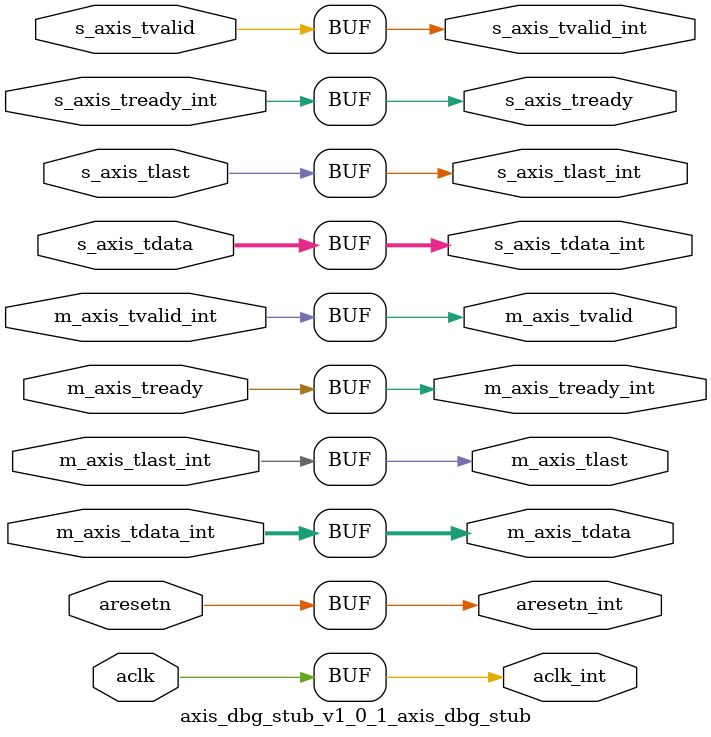
<source format=v>

`timescale 1 ns / 1 ps
(* DONT_TOUCH = "TRUE" *)
    module axis_dbg_stub_v1_0_1_axis_dbg_stub
    #(
      parameter integer C_AXIS_DATA_WIDTH   = 32
     )
     (
      input                                   aclk,
      (* DONT_TOUCH = "TRUE" *)input                                   aresetn,
      (* DONT_TOUCH = "TRUE" *)input                                   m_axis_tready,
      (* DONT_TOUCH = "TRUE" *)output                                  m_axis_tvalid,
      (* DONT_TOUCH = "TRUE" *)output                                  m_axis_tlast,
      (* DONT_TOUCH = "TRUE" *)output [C_AXIS_DATA_WIDTH-1 : 0]        m_axis_tdata,
      (* DONT_TOUCH = "TRUE" *)input                                   s_axis_tlast,
      (* DONT_TOUCH = "TRUE" *)input                                   s_axis_tvalid,
      (* DONT_TOUCH = "TRUE" *)input  [C_AXIS_DATA_WIDTH-1 : 0]        s_axis_tdata,
      (* DONT_TOUCH = "TRUE" *)output                                  s_axis_tready,
      output                                  aclk_int,
      (* DONT_TOUCH = "TRUE" *)output                                  aresetn_int,
      (* DONT_TOUCH = "TRUE" *)input                                   s_axis_tready_int,
      (* DONT_TOUCH = "TRUE" *)output                                  s_axis_tvalid_int,
      (* DONT_TOUCH = "TRUE" *)output                                  s_axis_tlast_int,
      (* DONT_TOUCH = "TRUE" *)output [C_AXIS_DATA_WIDTH-1 : 0]        s_axis_tdata_int,
      (* DONT_TOUCH = "TRUE" *)input                                   m_axis_tlast_int,
      (* DONT_TOUCH = "TRUE" *)input                                   m_axis_tvalid_int,
      (* DONT_TOUCH = "TRUE" *)input  [C_AXIS_DATA_WIDTH-1 : 0]        m_axis_tdata_int,
      (* DONT_TOUCH = "TRUE" *)output                                  m_axis_tready_int
     );


  assign aclk_int                           = aclk;
  assign aresetn_int                        = aresetn;
  assign s_axis_tvalid_int                  = s_axis_tvalid;
  assign s_axis_tdata_int                   = s_axis_tdata;
  assign s_axis_tlast_int                   = s_axis_tlast;
  assign s_axis_tready                      = s_axis_tready_int;
  assign m_axis_tvalid                      = m_axis_tvalid_int;
  assign m_axis_tdata                       = m_axis_tdata_int;
  assign m_axis_tlast                       = m_axis_tlast_int;
  assign m_axis_tready_int                  = m_axis_tready;

endmodule




</source>
